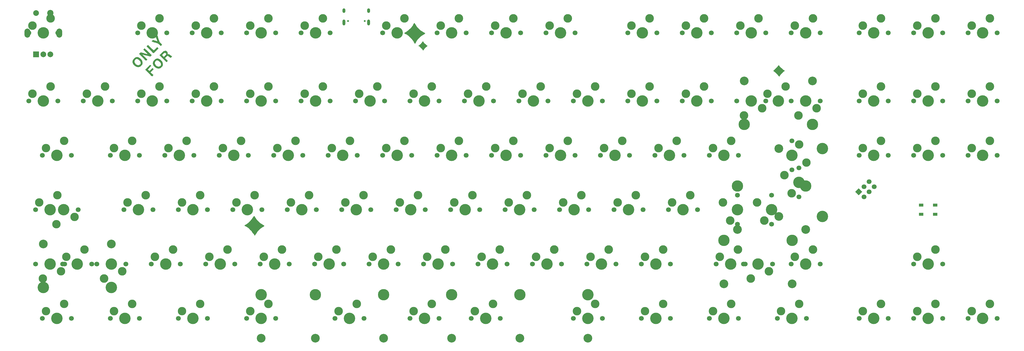
<source format=gbr>
%TF.GenerationSoftware,KiCad,Pcbnew,(6.0.4-0)*%
%TF.CreationDate,2022-05-31T11:41:51+03:00*%
%TF.ProjectId,Supernova_Hotswap,53757065-726e-46f7-9661-5f486f747377,rev?*%
%TF.SameCoordinates,Original*%
%TF.FileFunction,Soldermask,Top*%
%TF.FilePolarity,Negative*%
%FSLAX46Y46*%
G04 Gerber Fmt 4.6, Leading zero omitted, Abs format (unit mm)*
G04 Created by KiCad (PCBNEW (6.0.4-0)) date 2022-05-31 11:41:51*
%MOMM*%
%LPD*%
G01*
G04 APERTURE LIST*
G04 Aperture macros list*
%AMHorizOval*
0 Thick line with rounded ends*
0 $1 width*
0 $2 $3 position (X,Y) of the first rounded end (center of the circle)*
0 $4 $5 position (X,Y) of the second rounded end (center of the circle)*
0 Add line between two ends*
20,1,$1,$2,$3,$4,$5,0*
0 Add two circle primitives to create the rounded ends*
1,1,$1,$2,$3*
1,1,$1,$4,$5*%
%AMRotRect*
0 Rectangle, with rotation*
0 The origin of the aperture is its center*
0 $1 length*
0 $2 width*
0 $3 Rotation angle, in degrees counterclockwise*
0 Add horizontal line*
21,1,$1,$2,0,0,$3*%
G04 Aperture macros list end*
%ADD10C,4.000000*%
%ADD11C,3.050000*%
%ADD12C,3.987800*%
%ADD13C,3.048000*%
%ADD14R,2.000000X2.000000*%
%ADD15C,2.000000*%
%ADD16O,2.000000X3.200000*%
%ADD17C,2.200000*%
%ADD18R,1.500000X1.000000*%
%ADD19C,1.700000*%
%ADD20C,3.000000*%
%ADD21C,2.950000*%
%ADD22C,0.650000*%
%ADD23O,1.000000X1.600000*%
%ADD24O,1.000000X2.100000*%
%ADD25RotRect,1.700000X1.700000X315.000000*%
%ADD26HorizOval,1.700000X0.000000X0.000000X0.000000X0.000000X0*%
G04 APERTURE END LIST*
%TO.C,G\u002A\u002A\u002A*%
G36*
X71962945Y-47413437D02*
G01*
X72246470Y-47046592D01*
X72584318Y-46754582D01*
X72849417Y-46613912D01*
X73301721Y-46529645D01*
X73772580Y-46606587D01*
X74245644Y-46840248D01*
X74555869Y-47082405D01*
X74920910Y-47499272D01*
X75154291Y-47956317D01*
X75250502Y-48426032D01*
X75204034Y-48880906D01*
X75009377Y-49293430D01*
X75001029Y-49305087D01*
X74619356Y-49716568D01*
X74188082Y-49977798D01*
X73724199Y-50083433D01*
X73244699Y-50028134D01*
X72996991Y-49935017D01*
X72597234Y-49683746D01*
X72237435Y-49340115D01*
X71947394Y-48944167D01*
X71756914Y-48535942D01*
X71695219Y-48185917D01*
X71724279Y-48034947D01*
X72402930Y-48034947D01*
X72455442Y-48361699D01*
X72654693Y-48732693D01*
X72702167Y-48800119D01*
X73014793Y-49130465D01*
X73366448Y-49335072D01*
X73727481Y-49407243D01*
X74068238Y-49340282D01*
X74322679Y-49166096D01*
X74521779Y-48860655D01*
X74571276Y-48512535D01*
X74476803Y-48146708D01*
X74243990Y-47788147D01*
X73950245Y-47514344D01*
X73562561Y-47294572D01*
X73195234Y-47231048D01*
X72866645Y-47321088D01*
X72595179Y-47562007D01*
X72492225Y-47727227D01*
X72402930Y-48034947D01*
X71724279Y-48034947D01*
X71767832Y-47808687D01*
X71962945Y-47413437D01*
G37*
G36*
X80458276Y-39075944D02*
G01*
X80538173Y-39285096D01*
X80644017Y-39597146D01*
X80765290Y-39982199D01*
X80794602Y-40079083D01*
X80931702Y-40526192D01*
X81042282Y-40848752D01*
X81145614Y-41085239D01*
X81260968Y-41274128D01*
X81407617Y-41453894D01*
X81569768Y-41626705D01*
X81785243Y-41861164D01*
X81944703Y-42055321D01*
X82018818Y-42172975D01*
X82020833Y-42183446D01*
X81965840Y-42289103D01*
X81838565Y-42440514D01*
X81695571Y-42577566D01*
X81593417Y-42640146D01*
X81591035Y-42640250D01*
X81517006Y-42584878D01*
X81357740Y-42439140D01*
X81146530Y-42233597D01*
X81128970Y-42216070D01*
X80950978Y-42044085D01*
X80791365Y-41914850D01*
X80614540Y-41811309D01*
X80384910Y-41716404D01*
X80066884Y-41613078D01*
X79624869Y-41484275D01*
X79568341Y-41468159D01*
X79155724Y-41345598D01*
X78805980Y-41232189D01*
X78549401Y-41138481D01*
X78416275Y-41075026D01*
X78404684Y-41062802D01*
X78443242Y-40958528D01*
X78572634Y-40797011D01*
X78628922Y-40740274D01*
X78880370Y-40499372D01*
X79624070Y-40759454D01*
X79949642Y-40870116D01*
X80208242Y-40951980D01*
X80363458Y-40993827D01*
X80391437Y-40995868D01*
X80374794Y-40911556D01*
X80310520Y-40705011D01*
X80210314Y-40412597D01*
X80147083Y-40236460D01*
X79879062Y-39500720D01*
X80119121Y-39250151D01*
X80281927Y-39093126D01*
X80396378Y-39005902D01*
X80414841Y-38999583D01*
X80458276Y-39075944D01*
G37*
G36*
X78066587Y-43215719D02*
G01*
X78395354Y-43538690D01*
X78685370Y-43814455D01*
X78914450Y-44022629D01*
X79060406Y-44142832D01*
X79099033Y-44164250D01*
X79190721Y-44108070D01*
X79370243Y-43957171D01*
X79607161Y-43738014D01*
X79754049Y-43594848D01*
X80327848Y-43025446D01*
X80558751Y-43256350D01*
X80789654Y-43487253D01*
X79946332Y-44333751D01*
X79640518Y-44637686D01*
X79377629Y-44893239D01*
X79180299Y-45078842D01*
X79071162Y-45172930D01*
X79057954Y-45180250D01*
X78987026Y-45123118D01*
X78815979Y-44963930D01*
X78563799Y-44720999D01*
X78249469Y-44412634D01*
X77891975Y-44057148D01*
X77849866Y-44014987D01*
X77490180Y-43650182D01*
X77175701Y-43322758D01*
X76924823Y-43052570D01*
X76755942Y-42859470D01*
X76687453Y-42763312D01*
X76686833Y-42759746D01*
X76743546Y-42645645D01*
X76882001Y-42486774D01*
X76901096Y-42468478D01*
X77115358Y-42267189D01*
X78066587Y-43215719D01*
G37*
G36*
X170430289Y-34700432D02*
G01*
X170568772Y-34894252D01*
X170692272Y-35115519D01*
X171152486Y-35859131D01*
X171759482Y-36554569D01*
X172493155Y-37182331D01*
X173333400Y-37722915D01*
X173440105Y-37780824D01*
X173734316Y-37949671D01*
X173960204Y-38102539D01*
X174083185Y-38214998D01*
X174095833Y-38244018D01*
X174027102Y-38356580D01*
X173859829Y-38477050D01*
X173841833Y-38486428D01*
X173047274Y-38958342D01*
X172319742Y-39528604D01*
X171688240Y-40169541D01*
X171181772Y-40853476D01*
X170974877Y-41222083D01*
X170815791Y-41518052D01*
X170671895Y-41744640D01*
X170566498Y-41866629D01*
X170540609Y-41878250D01*
X170456578Y-41808568D01*
X170316391Y-41620823D01*
X170142434Y-41346970D01*
X170021575Y-41137417D01*
X169577631Y-40457683D01*
X169031541Y-39811903D01*
X168421618Y-39238413D01*
X167786180Y-38775552D01*
X167496200Y-38610518D01*
X167193020Y-38446362D01*
X166953348Y-38301623D01*
X166813481Y-38198890D01*
X166792918Y-38172836D01*
X166846278Y-38090377D01*
X167015139Y-37957440D01*
X167264489Y-37801129D01*
X167296550Y-37782987D01*
X168026785Y-37305978D01*
X168705974Y-36731115D01*
X169301535Y-36091691D01*
X169780883Y-35420997D01*
X169995309Y-35025548D01*
X170148575Y-34754099D01*
X170279739Y-34624544D01*
X170328014Y-34616652D01*
X170430289Y-34700432D01*
G37*
G36*
X79074945Y-47921437D02*
G01*
X79358470Y-47554592D01*
X79696318Y-47262582D01*
X79961417Y-47121912D01*
X80413721Y-47037645D01*
X80884580Y-47114587D01*
X81357644Y-47348248D01*
X81667869Y-47590405D01*
X82032910Y-48007272D01*
X82266291Y-48464317D01*
X82362502Y-48934032D01*
X82316034Y-49388906D01*
X82121377Y-49801430D01*
X82113029Y-49813087D01*
X81731356Y-50224568D01*
X81300082Y-50485798D01*
X80836199Y-50591433D01*
X80356699Y-50536134D01*
X80108991Y-50443017D01*
X79709234Y-50191746D01*
X79349435Y-49848115D01*
X79059394Y-49452167D01*
X78868914Y-49043942D01*
X78807219Y-48693917D01*
X78836279Y-48542947D01*
X79514930Y-48542947D01*
X79567442Y-48869699D01*
X79766693Y-49240693D01*
X79814167Y-49308119D01*
X80126793Y-49638465D01*
X80478448Y-49843072D01*
X80839481Y-49915243D01*
X81180238Y-49848282D01*
X81434679Y-49674096D01*
X81633779Y-49368655D01*
X81683276Y-49020535D01*
X81588803Y-48654708D01*
X81355990Y-48296147D01*
X81062245Y-48022344D01*
X80674561Y-47802572D01*
X80307234Y-47739048D01*
X79978645Y-47829088D01*
X79707179Y-48070007D01*
X79604225Y-48235227D01*
X79514930Y-48542947D01*
X78836279Y-48542947D01*
X78879832Y-48316687D01*
X79074945Y-47921437D01*
G37*
G36*
X173424243Y-41151098D02*
G01*
X173492817Y-41265570D01*
X173623583Y-41449183D01*
X173846776Y-41698409D01*
X174122185Y-41973593D01*
X174409602Y-42235081D01*
X174668818Y-42443217D01*
X174730833Y-42486511D01*
X174942500Y-42627623D01*
X174730833Y-42779137D01*
X174414292Y-43030549D01*
X174100767Y-43321456D01*
X173828076Y-43612789D01*
X173634033Y-43865477D01*
X173574567Y-43973750D01*
X173464908Y-44181177D01*
X173361443Y-44229793D01*
X173239723Y-44119470D01*
X173144534Y-43971480D01*
X172786676Y-43476912D01*
X172353343Y-43053665D01*
X172037373Y-42831934D01*
X171653137Y-42606756D01*
X171896341Y-42433003D01*
X172292560Y-42119954D01*
X172643012Y-41787298D01*
X172907398Y-41475294D01*
X172999477Y-41330908D01*
X173153615Y-41105882D01*
X173291453Y-41046442D01*
X173424243Y-41151098D01*
G37*
G36*
X114332382Y-102230854D02*
G01*
X114450124Y-102410177D01*
X114588129Y-102648754D01*
X115084085Y-103396249D01*
X115720780Y-104105804D01*
X116469951Y-104750089D01*
X117303336Y-105301775D01*
X117371697Y-105340475D01*
X117641024Y-105496281D01*
X117795234Y-105616647D01*
X117828135Y-105725948D01*
X117733536Y-105848556D01*
X117505243Y-106008845D01*
X117146896Y-106225348D01*
X116558984Y-106640107D01*
X115972604Y-107171929D01*
X115433178Y-107774328D01*
X114986123Y-108400818D01*
X114929240Y-108495016D01*
X114750538Y-108793505D01*
X114604616Y-109027518D01*
X114511682Y-109165152D01*
X114490116Y-109188250D01*
X114433630Y-109122210D01*
X114305367Y-108943682D01*
X114125985Y-108682056D01*
X113969297Y-108447417D01*
X113700977Y-108063646D01*
X113400020Y-107667668D01*
X113116197Y-107323895D01*
X113011421Y-107207743D01*
X112750314Y-106948476D01*
X112447202Y-106676406D01*
X112134190Y-106416976D01*
X111843385Y-106195627D01*
X111606892Y-106037798D01*
X111456818Y-105968932D01*
X111446726Y-105967872D01*
X111327365Y-105916183D01*
X111148426Y-105792920D01*
X111114625Y-105765919D01*
X110871417Y-105567011D01*
X111495625Y-105162235D01*
X112018563Y-104778654D01*
X112556980Y-104306151D01*
X113069516Y-103786647D01*
X113514810Y-103262061D01*
X113851244Y-102774750D01*
X114022222Y-102495202D01*
X114163728Y-102282575D01*
X114252677Y-102170878D01*
X114267316Y-102161921D01*
X114332382Y-102230854D01*
G37*
G36*
X76047474Y-43544316D02*
G01*
X76231962Y-43704332D01*
X76495692Y-43948686D01*
X76819002Y-44259102D01*
X77182228Y-44617304D01*
X77236920Y-44672003D01*
X78419738Y-45857089D01*
X78161204Y-46115623D01*
X77902669Y-46374157D01*
X76660033Y-46031203D01*
X76220475Y-45911707D01*
X75835024Y-45810333D01*
X75534848Y-45735016D01*
X75351112Y-45693688D01*
X75312870Y-45688250D01*
X75331093Y-45743916D01*
X75452156Y-45896938D01*
X75657768Y-46126345D01*
X75929635Y-46411171D01*
X76049353Y-46532427D01*
X76890362Y-47376603D01*
X76689172Y-47590760D01*
X76541297Y-47734373D01*
X76444406Y-47803751D01*
X76438107Y-47804917D01*
X76365662Y-47747759D01*
X76193244Y-47588503D01*
X75939926Y-47345473D01*
X75624781Y-47036993D01*
X75266883Y-46681386D01*
X75225199Y-46639654D01*
X74865513Y-46274848D01*
X74551034Y-45947425D01*
X74300157Y-45677236D01*
X74131276Y-45484137D01*
X74062786Y-45387979D01*
X74062167Y-45384413D01*
X74129422Y-45244144D01*
X74289740Y-45087396D01*
X74480949Y-44965335D01*
X74617957Y-44927018D01*
X74758846Y-44949300D01*
X75025688Y-45009602D01*
X75381728Y-45099038D01*
X75790213Y-45208718D01*
X75840167Y-45222583D01*
X76243309Y-45333236D01*
X76589106Y-45425070D01*
X76844055Y-45489409D01*
X76974656Y-45517578D01*
X76981494Y-45518148D01*
X76956338Y-45462726D01*
X76829611Y-45310247D01*
X76620579Y-45082279D01*
X76348508Y-44800393D01*
X76265937Y-44717030D01*
X75467385Y-43915144D01*
X75668534Y-43701030D01*
X75829053Y-43556191D01*
X75953034Y-43487739D01*
X75961893Y-43486917D01*
X76047474Y-43544316D01*
G37*
G36*
X78083065Y-49412861D02*
G01*
X78300039Y-49616698D01*
X77685811Y-50235053D01*
X77071582Y-50853409D01*
X77617345Y-51399172D01*
X78151339Y-50869925D01*
X78685333Y-50340677D01*
X79090873Y-50772355D01*
X78041127Y-51831515D01*
X78548339Y-52333434D01*
X79055550Y-52835353D01*
X78829018Y-53071801D01*
X78672325Y-53223427D01*
X78566605Y-53304178D01*
X78553692Y-53308250D01*
X78481689Y-53251076D01*
X78309491Y-53091663D01*
X78055971Y-52848171D01*
X77740003Y-52538762D01*
X77380460Y-52181596D01*
X77321524Y-52122607D01*
X76138151Y-50936965D01*
X77866091Y-49209025D01*
X78083065Y-49412861D01*
G37*
G36*
X82045981Y-44948872D02*
G01*
X82459301Y-44609896D01*
X82812206Y-44403294D01*
X83119631Y-44323627D01*
X83396513Y-44365454D01*
X83657785Y-44523334D01*
X83764966Y-44621450D01*
X83962405Y-44859337D01*
X84044486Y-45086613D01*
X84052833Y-45214116D01*
X84065948Y-45416875D01*
X84133729Y-45501534D01*
X84298832Y-45518903D01*
X84308725Y-45518917D01*
X84557154Y-45580507D01*
X84844606Y-45775376D01*
X84922558Y-45843638D01*
X85149484Y-46034519D01*
X85350299Y-46178182D01*
X85442110Y-46227140D01*
X85534419Y-46274658D01*
X85529732Y-46345056D01*
X85417425Y-46479878D01*
X85362770Y-46537418D01*
X85182217Y-46696692D01*
X85029395Y-46783530D01*
X84998961Y-46788917D01*
X84873793Y-46734774D01*
X84677264Y-46594742D01*
X84508693Y-46450250D01*
X84288255Y-46266844D01*
X84099330Y-46143860D01*
X84007463Y-46111583D01*
X83879771Y-46166768D01*
X83679715Y-46310627D01*
X83476405Y-46488356D01*
X83079167Y-46865129D01*
X83567458Y-47360119D01*
X84055750Y-47855108D01*
X83818634Y-48082280D01*
X83581517Y-48309452D01*
X81136125Y-45859688D01*
X81196718Y-45797248D01*
X82105500Y-45797248D01*
X82159487Y-45904366D01*
X82291245Y-46073174D01*
X82455470Y-46253707D01*
X82606857Y-46396000D01*
X82697592Y-46450250D01*
X82780057Y-46394108D01*
X82935954Y-46250315D01*
X83051973Y-46132750D01*
X83310342Y-45844302D01*
X83449296Y-45630633D01*
X83480281Y-45459050D01*
X83414745Y-45296865D01*
X83367491Y-45231632D01*
X83204030Y-45078207D01*
X83047754Y-45011039D01*
X83042608Y-45010917D01*
X82904306Y-45064270D01*
X82700254Y-45199544D01*
X82474757Y-45379563D01*
X82272121Y-45567150D01*
X82136651Y-45725127D01*
X82105500Y-45797248D01*
X81196718Y-45797248D01*
X81557312Y-45425665D01*
X82045981Y-44948872D01*
G37*
G36*
X297918298Y-49512796D02*
G01*
X298103406Y-49755642D01*
X298380318Y-50063711D01*
X298708298Y-50396842D01*
X299046609Y-50714869D01*
X299354514Y-50977630D01*
X299545742Y-51117339D01*
X299957092Y-51381302D01*
X299601807Y-51646276D01*
X299113651Y-52032322D01*
X298736089Y-52386886D01*
X298427108Y-52751869D01*
X298268811Y-52975778D01*
X297937306Y-53472211D01*
X297462088Y-52840826D01*
X296809357Y-52101894D01*
X296058304Y-51494102D01*
X295984792Y-51444915D01*
X295895055Y-51379211D01*
X295868826Y-51316518D01*
X295923229Y-51229716D01*
X296075387Y-51091685D01*
X296342421Y-50875305D01*
X296346501Y-50872036D01*
X296689249Y-50569860D01*
X297050469Y-50208322D01*
X297347286Y-49871251D01*
X297792496Y-49315676D01*
X297918298Y-49512796D01*
G37*
%TD*%
D10*
%TO.C,REF\u002A\u002A*%
X230981250Y-129872500D03*
D11*
X230981250Y-145112500D03*
D10*
X116681250Y-129872500D03*
D11*
X116681250Y-145112500D03*
%TD*%
D12*
%TO.C,>NAME*%
X283337000Y-91757500D03*
D13*
X307213000Y-106997500D03*
D12*
X307213000Y-91757500D03*
D13*
X283337000Y-106997500D03*
%TD*%
%TO.C,>NAME*%
X302450500Y-126047500D03*
X278574500Y-126047500D03*
D12*
X302450500Y-110807500D03*
X278574500Y-110807500D03*
%TD*%
D14*
%TO.C,RE1*%
X37981250Y-45604000D03*
D15*
X42981250Y-45604000D03*
X40481250Y-45604000D03*
D16*
X34881250Y-38104000D03*
X46081250Y-38104000D03*
D17*
X42981250Y-31104000D03*
D15*
X37981250Y-31104000D03*
%TD*%
D13*
%TO.C,ST72*%
X285718250Y-54927500D03*
D12*
X309594250Y-70167500D03*
D13*
X309594250Y-54927500D03*
D12*
X285718250Y-70167500D03*
%TD*%
%TO.C,ST1*%
X135699500Y-129857500D03*
D13*
X159575500Y-145097500D03*
X135699500Y-145097500D03*
D12*
X159575500Y-129857500D03*
%TD*%
%TO.C,ST2*%
X183324500Y-129857500D03*
X207200500Y-129857500D03*
D13*
X207200500Y-145097500D03*
X183324500Y-145097500D03*
%TD*%
D10*
%TO.C,REF\u002A\u002A*%
X313040000Y-78593750D03*
D11*
X297800000Y-78593750D03*
D10*
X313040000Y-102393750D03*
D11*
X297800000Y-102393750D03*
%TD*%
D18*
%TO.C,LED1*%
X352493750Y-98412500D03*
X352493750Y-101612500D03*
X347593750Y-101612500D03*
X347593750Y-98412500D03*
%TD*%
D10*
%TO.C,K10*%
X250031250Y-38100000D03*
D19*
X244951250Y-38100000D03*
D20*
X252571250Y-33020000D03*
X246221250Y-35560000D03*
D19*
X255111250Y-38100000D03*
%TD*%
%TO.C,K63*%
X283368750Y-94932500D03*
D10*
X283368750Y-100012500D03*
D19*
X283368750Y-105092500D03*
D20*
X278288750Y-97472500D03*
X280828750Y-103822500D03*
%TD*%
%TO.C,K49*%
X346233750Y-78422500D03*
D19*
X355123750Y-80962500D03*
D20*
X352583750Y-75882500D03*
D10*
X350043750Y-80962500D03*
D19*
X344963750Y-80962500D03*
%TD*%
%TO.C,K61*%
X250348750Y-100012500D03*
D10*
X245268750Y-100012500D03*
D20*
X241458750Y-97472500D03*
X247808750Y-94932500D03*
D19*
X240188750Y-100012500D03*
%TD*%
%TO.C,K24*%
X178911250Y-61912500D03*
D20*
X170021250Y-59372500D03*
D10*
X173831250Y-61912500D03*
D19*
X168751250Y-61912500D03*
D20*
X176371250Y-56832500D03*
%TD*%
%TO.C,K63a1*%
X292735000Y-103822500D03*
D19*
X295275000Y-94932500D03*
X295275000Y-105092500D03*
D20*
X290195000Y-97472500D03*
D10*
X295275000Y-100012500D03*
%TD*%
D19*
%TO.C,K80*%
X50323750Y-138112500D03*
D21*
X47783750Y-133032500D03*
D19*
X40163750Y-138112500D03*
D21*
X41433750Y-135572500D03*
D10*
X45243750Y-138112500D03*
%TD*%
D21*
%TO.C,K47*%
X307498750Y-83502500D03*
D19*
X302418750Y-86042500D03*
D10*
X302418750Y-80962500D03*
D19*
X302418750Y-75882500D03*
D21*
X304958750Y-77152500D03*
%TD*%
D19*
%TO.C,K57*%
X174148750Y-100012500D03*
D10*
X169068750Y-100012500D03*
D19*
X163988750Y-100012500D03*
D20*
X165258750Y-97472500D03*
X171608750Y-94932500D03*
%TD*%
%TO.C,K43*%
X223996250Y-75882500D03*
X217646250Y-78422500D03*
D19*
X226536250Y-80962500D03*
D10*
X221456250Y-80962500D03*
D19*
X216376250Y-80962500D03*
%TD*%
D20*
%TO.C,K52*%
X70008750Y-97472500D03*
D10*
X73818750Y-100012500D03*
D20*
X76358750Y-94932500D03*
D19*
X78898750Y-100012500D03*
X68738750Y-100012500D03*
%TD*%
D20*
%TO.C,K90*%
X333533750Y-133032500D03*
D19*
X336073750Y-138112500D03*
D20*
X327183750Y-135572500D03*
D10*
X330993750Y-138112500D03*
D19*
X325913750Y-138112500D03*
%TD*%
D20*
%TO.C,K85*%
X191452500Y-135572500D03*
X197802500Y-133032500D03*
D19*
X200342500Y-138112500D03*
D10*
X195262500Y-138112500D03*
D19*
X190182500Y-138112500D03*
%TD*%
D20*
%TO.C,K46*%
X274796250Y-78422500D03*
D19*
X283686250Y-80962500D03*
D20*
X281146250Y-75882500D03*
D10*
X278606250Y-80962500D03*
D19*
X273526250Y-80962500D03*
%TD*%
D20*
%TO.C,K84a1*%
X170021250Y-135572500D03*
D19*
X178911250Y-138112500D03*
D20*
X176371250Y-133032500D03*
D10*
X173831250Y-138112500D03*
D19*
X168751250Y-138112500D03*
%TD*%
%TO.C,K54*%
X106838750Y-100012500D03*
X116998750Y-100012500D03*
D10*
X111918750Y-100012500D03*
D20*
X114458750Y-94932500D03*
X108108750Y-97472500D03*
%TD*%
D22*
%TO.C,J1*%
X147128750Y-33917000D03*
X152908750Y-33917000D03*
D23*
X145698750Y-30267000D03*
D24*
X154338750Y-34447000D03*
X145698750Y-34447000D03*
D23*
X154338750Y-30267000D03*
%TD*%
D10*
%TO.C,K30a1*%
X297656250Y-61912500D03*
D21*
X293846250Y-59372500D03*
X300196250Y-56832500D03*
%TD*%
D19*
%TO.C,K20*%
X92551250Y-61912500D03*
X102711250Y-61912500D03*
D20*
X93821250Y-59372500D03*
X100171250Y-56832500D03*
D10*
X97631250Y-61912500D03*
%TD*%
D20*
%TO.C,K15*%
X352583750Y-33020000D03*
D10*
X350043750Y-38100000D03*
D20*
X346233750Y-35560000D03*
D19*
X355123750Y-38100000D03*
X344963750Y-38100000D03*
%TD*%
D10*
%TO.C,K40*%
X164306250Y-80962500D03*
D20*
X166846250Y-75882500D03*
D19*
X159226250Y-80962500D03*
D20*
X160496250Y-78422500D03*
D19*
X169386250Y-80962500D03*
%TD*%
D10*
%TO.C,K11*%
X269081250Y-38100000D03*
D19*
X264001250Y-38100000D03*
D20*
X271621250Y-33020000D03*
X265271250Y-35560000D03*
D19*
X274161250Y-38100000D03*
%TD*%
D20*
%TO.C,K69*%
X123983750Y-113982500D03*
D19*
X126523750Y-119062500D03*
X116363750Y-119062500D03*
D20*
X117633750Y-116522500D03*
D10*
X121443750Y-119062500D03*
%TD*%
D19*
%TO.C,K81*%
X74136250Y-138112500D03*
D20*
X65246250Y-135572500D03*
D10*
X69056250Y-138112500D03*
D19*
X63976250Y-138112500D03*
D20*
X71596250Y-133032500D03*
%TD*%
D19*
%TO.C,K1*%
X35401250Y-38100000D03*
D10*
X40481250Y-38100000D03*
D20*
X43021250Y-33020000D03*
X36671250Y-35560000D03*
D19*
X45561250Y-38100000D03*
%TD*%
D20*
%TO.C,K83*%
X119221250Y-133032500D03*
D10*
X116681250Y-138112500D03*
D19*
X121761250Y-138112500D03*
X111601250Y-138112500D03*
D20*
X112871250Y-135572500D03*
%TD*%
D25*
%TO.C,ISP1*%
X325781399Y-93784149D03*
D26*
X327577450Y-95580200D03*
X327577450Y-91988098D03*
X329373501Y-93784149D03*
X329373501Y-90192047D03*
X331169553Y-91988098D03*
%TD*%
D19*
%TO.C,K86*%
X236061250Y-138112500D03*
X225901250Y-138112500D03*
D10*
X230981250Y-138112500D03*
D20*
X233521250Y-133032500D03*
X227171250Y-135572500D03*
%TD*%
%TO.C,K48*%
X333533750Y-75882500D03*
D19*
X336073750Y-80962500D03*
D20*
X327183750Y-78422500D03*
D19*
X325913750Y-80962500D03*
D10*
X330993750Y-80962500D03*
%TD*%
%TO.C,K30*%
X288131250Y-61912500D03*
D20*
X285591250Y-66992500D03*
D19*
X283051250Y-61912500D03*
X293211250Y-61912500D03*
D20*
X291941250Y-64452500D03*
%TD*%
D10*
%TO.C,K3*%
X97631250Y-38100000D03*
D20*
X100171250Y-33020000D03*
D19*
X92551250Y-38100000D03*
D20*
X93821250Y-35560000D03*
D19*
X102711250Y-38100000D03*
%TD*%
D10*
%TO.C,K44*%
X240506250Y-80962500D03*
D19*
X245586250Y-80962500D03*
X235426250Y-80962500D03*
D20*
X243046250Y-75882500D03*
X236696250Y-78422500D03*
%TD*%
D19*
%TO.C,K91*%
X344963750Y-138112500D03*
D20*
X352583750Y-133032500D03*
D10*
X350043750Y-138112500D03*
D20*
X346233750Y-135572500D03*
D19*
X355123750Y-138112500D03*
%TD*%
%TO.C,K88*%
X283686250Y-138112500D03*
D10*
X278606250Y-138112500D03*
D20*
X281146250Y-133032500D03*
D19*
X273526250Y-138112500D03*
D20*
X274796250Y-135572500D03*
%TD*%
%TO.C,K41*%
X179546250Y-78422500D03*
D19*
X178276250Y-80962500D03*
X188436250Y-80962500D03*
D10*
X183356250Y-80962500D03*
D20*
X185896250Y-75882500D03*
%TD*%
%TO.C,K77a1*%
X287972500Y-124142500D03*
D19*
X295592500Y-119062500D03*
D10*
X290512500Y-119062500D03*
D20*
X294322500Y-121602500D03*
D19*
X285432500Y-119062500D03*
%TD*%
%TO.C,K64*%
X374173750Y-61912500D03*
D20*
X365283750Y-59372500D03*
D10*
X369093750Y-61912500D03*
D20*
X371633750Y-56832500D03*
D19*
X364013750Y-61912500D03*
%TD*%
%TO.C,K89*%
X297338750Y-138112500D03*
X307498750Y-138112500D03*
D21*
X304958750Y-133032500D03*
X298608750Y-135572500D03*
D10*
X302418750Y-138112500D03*
%TD*%
%TO.C,K36*%
X88106250Y-80962500D03*
D20*
X90646250Y-75882500D03*
D19*
X83026250Y-80962500D03*
X93186250Y-80962500D03*
D20*
X84296250Y-78422500D03*
%TD*%
%TO.C,K18*%
X55721250Y-59372500D03*
D19*
X64611250Y-61912500D03*
D20*
X62071250Y-56832500D03*
D19*
X54451250Y-61912500D03*
D10*
X59531250Y-61912500D03*
%TD*%
D20*
%TO.C,K74*%
X219233750Y-113982500D03*
D19*
X211613750Y-119062500D03*
X221773750Y-119062500D03*
D10*
X216693750Y-119062500D03*
D20*
X212883750Y-116522500D03*
%TD*%
D21*
%TO.C,K82*%
X95408750Y-133032500D03*
D19*
X97948750Y-138112500D03*
X87788750Y-138112500D03*
D21*
X89058750Y-135572500D03*
D10*
X92868750Y-138112500D03*
%TD*%
D19*
%TO.C,K67*%
X88423750Y-119062500D03*
D10*
X83343750Y-119062500D03*
D20*
X85883750Y-113982500D03*
D19*
X78263750Y-119062500D03*
D20*
X79533750Y-116522500D03*
%TD*%
%TO.C,K19*%
X74771250Y-59372500D03*
D19*
X83661250Y-61912500D03*
D20*
X81121250Y-56832500D03*
D10*
X78581250Y-61912500D03*
D19*
X73501250Y-61912500D03*
%TD*%
D10*
%TO.C,K33*%
X350043750Y-61912500D03*
D19*
X355123750Y-61912500D03*
D20*
X346233750Y-59372500D03*
D19*
X344963750Y-61912500D03*
D20*
X352583750Y-56832500D03*
%TD*%
D19*
%TO.C,K8*%
X207486250Y-38100000D03*
D20*
X198596250Y-35560000D03*
D10*
X202406250Y-38100000D03*
D19*
X197326250Y-38100000D03*
D20*
X204946250Y-33020000D03*
%TD*%
%TO.C,K37*%
X103346250Y-78422500D03*
D19*
X102076250Y-80962500D03*
D10*
X107156250Y-80962500D03*
D19*
X112236250Y-80962500D03*
D20*
X109696250Y-75882500D03*
%TD*%
D19*
%TO.C,K79*%
X344963750Y-119062500D03*
D20*
X352583750Y-113982500D03*
X346233750Y-116522500D03*
D10*
X350043750Y-119062500D03*
D19*
X355123750Y-119062500D03*
%TD*%
D10*
%TO.C,K31*%
X307181250Y-61912500D03*
D19*
X302101250Y-61912500D03*
D20*
X310991250Y-64452500D03*
D19*
X312261250Y-61912500D03*
D20*
X304641250Y-66992500D03*
%TD*%
%TO.C,K17*%
X43021250Y-56832500D03*
X36671250Y-59372500D03*
D19*
X45561250Y-61912500D03*
X35401250Y-61912500D03*
D10*
X40481250Y-61912500D03*
%TD*%
D19*
%TO.C,K4*%
X121761250Y-38100000D03*
D20*
X112871250Y-35560000D03*
D10*
X116681250Y-38100000D03*
D20*
X119221250Y-33020000D03*
D19*
X111601250Y-38100000D03*
%TD*%
D20*
%TO.C,K92*%
X371633750Y-133032500D03*
D19*
X364013750Y-138112500D03*
D10*
X369093750Y-138112500D03*
D19*
X374173750Y-138112500D03*
D20*
X365283750Y-135572500D03*
%TD*%
D10*
%TO.C,K38*%
X126206250Y-80962500D03*
D20*
X128746250Y-75882500D03*
X122396250Y-78422500D03*
D19*
X131286250Y-80962500D03*
X121126250Y-80962500D03*
%TD*%
%TO.C,K73*%
X192563750Y-119062500D03*
X202723750Y-119062500D03*
D10*
X197643750Y-119062500D03*
D20*
X193833750Y-116522500D03*
X200183750Y-113982500D03*
%TD*%
D19*
%TO.C,K68*%
X107473750Y-119062500D03*
D20*
X104933750Y-113982500D03*
D19*
X97313750Y-119062500D03*
D20*
X98583750Y-116522500D03*
D10*
X102393750Y-119062500D03*
%TD*%
D19*
%TO.C,K23*%
X149701250Y-61912500D03*
D20*
X157321250Y-56832500D03*
D10*
X154781250Y-61912500D03*
D20*
X150971250Y-59372500D03*
D19*
X159861250Y-61912500D03*
%TD*%
%TO.C,K53*%
X97948750Y-100012500D03*
X87788750Y-100012500D03*
D10*
X92868750Y-100012500D03*
D20*
X95408750Y-94932500D03*
X89058750Y-97472500D03*
%TD*%
%TO.C,K26*%
X208121250Y-59372500D03*
D19*
X217011250Y-61912500D03*
X206851250Y-61912500D03*
D10*
X211931250Y-61912500D03*
D20*
X214471250Y-56832500D03*
%TD*%
D19*
%TO.C,K50*%
X364013750Y-80962500D03*
D20*
X371633750Y-75882500D03*
D19*
X374173750Y-80962500D03*
D10*
X369093750Y-80962500D03*
D20*
X365283750Y-78422500D03*
%TD*%
%TO.C,K59*%
X203358750Y-97472500D03*
D10*
X207168750Y-100012500D03*
D20*
X209708750Y-94932500D03*
D19*
X202088750Y-100012500D03*
X212248750Y-100012500D03*
%TD*%
D20*
%TO.C,K55*%
X127158750Y-97472500D03*
X133508750Y-94932500D03*
D19*
X125888750Y-100012500D03*
D10*
X130968750Y-100012500D03*
D19*
X136048750Y-100012500D03*
%TD*%
%TO.C,K66*%
X59213750Y-119062500D03*
D20*
X61753750Y-124142500D03*
D19*
X69373750Y-119062500D03*
D10*
X64293750Y-119062500D03*
D20*
X68103750Y-121602500D03*
%TD*%
%TO.C,K72*%
X181133750Y-113982500D03*
D19*
X173513750Y-119062500D03*
X183673750Y-119062500D03*
D20*
X174783750Y-116522500D03*
D10*
X178593750Y-119062500D03*
%TD*%
D20*
%TO.C,K25*%
X189071250Y-59372500D03*
D19*
X187801250Y-61912500D03*
X197961250Y-61912500D03*
D20*
X195421250Y-56832500D03*
D10*
X192881250Y-61912500D03*
%TD*%
D19*
%TO.C,K45*%
X254476250Y-80962500D03*
D20*
X262096250Y-75882500D03*
X255746250Y-78422500D03*
D10*
X259556250Y-80962500D03*
D19*
X264636250Y-80962500D03*
%TD*%
D10*
%TO.C,K13*%
X307181250Y-38100000D03*
D20*
X309721250Y-33020000D03*
D19*
X302101250Y-38100000D03*
D20*
X303371250Y-35560000D03*
D19*
X312261250Y-38100000D03*
%TD*%
D10*
%TO.C,K22*%
X135731250Y-61912500D03*
D20*
X131921250Y-59372500D03*
X138271250Y-56832500D03*
D19*
X130651250Y-61912500D03*
X140811250Y-61912500D03*
%TD*%
D20*
%TO.C,K78*%
X303371250Y-116522500D03*
D19*
X302101250Y-119062500D03*
D10*
X307181250Y-119062500D03*
D20*
X309721250Y-113982500D03*
D19*
X312261250Y-119062500D03*
%TD*%
D20*
%TO.C,K7*%
X185896250Y-33020000D03*
D19*
X178276250Y-38100000D03*
D20*
X179546250Y-35560000D03*
D19*
X188436250Y-38100000D03*
D10*
X183356250Y-38100000D03*
%TD*%
D20*
%TO.C,K32*%
X327183750Y-59372500D03*
D10*
X330993750Y-61912500D03*
D19*
X336073750Y-61912500D03*
X325913750Y-61912500D03*
D20*
X333533750Y-56832500D03*
%TD*%
D19*
%TO.C,K27*%
X236061250Y-61912500D03*
X225901250Y-61912500D03*
D20*
X227171250Y-59372500D03*
X233521250Y-56832500D03*
D10*
X230981250Y-61912500D03*
%TD*%
D20*
%TO.C,K12*%
X290671250Y-33020000D03*
D10*
X288131250Y-38100000D03*
D19*
X283051250Y-38100000D03*
D20*
X284321250Y-35560000D03*
D19*
X293211250Y-38100000D03*
%TD*%
D20*
%TO.C,K47a1*%
X299720000Y-87953750D03*
X302260000Y-94303750D03*
D19*
X304800000Y-95573750D03*
X304800000Y-85413750D03*
D10*
X304800000Y-90493750D03*
%TD*%
D21*
%TO.C,K66a1*%
X48577500Y-116522500D03*
D19*
X47307500Y-119062500D03*
D21*
X54927500Y-113982500D03*
D11*
X40487500Y-112062500D03*
D19*
X57467500Y-119062500D03*
D10*
X52387500Y-119062500D03*
X40487500Y-127302500D03*
X64287500Y-127302500D03*
D11*
X64287500Y-112062500D03*
%TD*%
D19*
%TO.C,K58*%
X193198750Y-100012500D03*
D20*
X184308750Y-97472500D03*
X190658750Y-94932500D03*
D19*
X183038750Y-100012500D03*
D10*
X188118750Y-100012500D03*
%TD*%
D20*
%TO.C,K29*%
X271621250Y-56832500D03*
D10*
X269081250Y-61912500D03*
D20*
X265271250Y-59372500D03*
D19*
X274161250Y-61912500D03*
X264001250Y-61912500D03*
%TD*%
D21*
%TO.C,K87*%
X257333750Y-133032500D03*
X250983750Y-135572500D03*
D19*
X249713750Y-138112500D03*
X259873750Y-138112500D03*
D10*
X254793750Y-138112500D03*
%TD*%
%TO.C,K35*%
X69056250Y-80962500D03*
D20*
X71596250Y-75882500D03*
D19*
X74136250Y-80962500D03*
D20*
X65246250Y-78422500D03*
D19*
X63976250Y-80962500D03*
%TD*%
D20*
%TO.C,K71*%
X155733750Y-116522500D03*
D10*
X159543750Y-119062500D03*
D19*
X154463750Y-119062500D03*
D20*
X162083750Y-113982500D03*
D19*
X164623750Y-119062500D03*
%TD*%
%TO.C,K70*%
X145573750Y-119062500D03*
D20*
X136683750Y-116522500D03*
D19*
X135413750Y-119062500D03*
D10*
X140493750Y-119062500D03*
D20*
X143033750Y-113982500D03*
%TD*%
D10*
%TO.C,K77*%
X280987500Y-119062500D03*
D19*
X275907500Y-119062500D03*
D20*
X277177500Y-116522500D03*
D19*
X286067500Y-119062500D03*
D20*
X283527500Y-113982500D03*
%TD*%
D10*
%TO.C,K65*%
X42862500Y-119062500D03*
D21*
X40322500Y-124142500D03*
D19*
X47942500Y-119062500D03*
X37782500Y-119062500D03*
D21*
X46672500Y-121602500D03*
%TD*%
D19*
%TO.C,K39*%
X140176250Y-80962500D03*
D20*
X147796250Y-75882500D03*
X141446250Y-78422500D03*
D10*
X145256250Y-80962500D03*
D19*
X150336250Y-80962500D03*
%TD*%
D20*
%TO.C,K6*%
X166846250Y-33020000D03*
X160496250Y-35560000D03*
D19*
X169386250Y-38100000D03*
X159226250Y-38100000D03*
D10*
X164306250Y-38100000D03*
%TD*%
D19*
%TO.C,K16*%
X374173750Y-38100000D03*
X364013750Y-38100000D03*
D20*
X365283750Y-35560000D03*
D10*
X369093750Y-38100000D03*
D20*
X371633750Y-33020000D03*
%TD*%
D19*
%TO.C,K62*%
X269398750Y-100012500D03*
X259238750Y-100012500D03*
D20*
X266858750Y-94932500D03*
X260508750Y-97472500D03*
D10*
X264318750Y-100012500D03*
%TD*%
%TO.C,K21*%
X116681250Y-61912500D03*
D19*
X121761250Y-61912500D03*
X111601250Y-61912500D03*
D20*
X112871250Y-59372500D03*
X119221250Y-56832500D03*
%TD*%
%TO.C,K28*%
X252571250Y-56832500D03*
D10*
X250031250Y-61912500D03*
D20*
X246221250Y-59372500D03*
D19*
X244951250Y-61912500D03*
X255111250Y-61912500D03*
%TD*%
D20*
%TO.C,K60*%
X222408750Y-97472500D03*
D19*
X231298750Y-100012500D03*
X221138750Y-100012500D03*
D10*
X226218750Y-100012500D03*
D20*
X228758750Y-94932500D03*
%TD*%
%TO.C,K84*%
X143827500Y-135572500D03*
D19*
X142557500Y-138112500D03*
D20*
X150177500Y-133032500D03*
D19*
X152717500Y-138112500D03*
D10*
X147637500Y-138112500D03*
%TD*%
D19*
%TO.C,K9*%
X226536250Y-38100000D03*
D20*
X223996250Y-33020000D03*
D19*
X216376250Y-38100000D03*
D20*
X217646250Y-35560000D03*
D10*
X221456250Y-38100000D03*
%TD*%
D19*
%TO.C,K51a1*%
X47942500Y-100012500D03*
D21*
X45402500Y-94932500D03*
X39052500Y-97472500D03*
D10*
X42862500Y-100012500D03*
D19*
X37782500Y-100012500D03*
%TD*%
%TO.C,K75*%
X240823750Y-119062500D03*
D20*
X238283750Y-113982500D03*
X231933750Y-116522500D03*
D10*
X235743750Y-119062500D03*
D19*
X230663750Y-119062500D03*
%TD*%
D10*
%TO.C,K42*%
X202406250Y-80962500D03*
D20*
X204946250Y-75882500D03*
X198596250Y-78422500D03*
D19*
X207486250Y-80962500D03*
X197326250Y-80962500D03*
%TD*%
%TO.C,K14*%
X336073750Y-38100000D03*
D20*
X333533750Y-33020000D03*
D19*
X325913750Y-38100000D03*
D20*
X327183750Y-35560000D03*
D10*
X330993750Y-38100000D03*
%TD*%
D19*
%TO.C,K5*%
X140811250Y-38100000D03*
D20*
X131921250Y-35560000D03*
D10*
X135731250Y-38100000D03*
D20*
X138271250Y-33020000D03*
D19*
X130651250Y-38100000D03*
%TD*%
%TO.C,K76*%
X249713750Y-119062500D03*
D10*
X254793750Y-119062500D03*
D20*
X257333750Y-113982500D03*
D19*
X259873750Y-119062500D03*
D20*
X250983750Y-116522500D03*
%TD*%
D21*
%TO.C,K51*%
X45085000Y-105092500D03*
X51435000Y-102552500D03*
D10*
X47625000Y-100012500D03*
D19*
X42545000Y-100012500D03*
X52705000Y-100012500D03*
%TD*%
D20*
%TO.C,K2*%
X74771250Y-35560000D03*
D19*
X73501250Y-38100000D03*
D10*
X78581250Y-38100000D03*
D19*
X83661250Y-38100000D03*
D20*
X81121250Y-33020000D03*
%TD*%
%TO.C,K56*%
X152558750Y-94932500D03*
D19*
X155098750Y-100012500D03*
D10*
X150018750Y-100012500D03*
D20*
X146208750Y-97472500D03*
D19*
X144938750Y-100012500D03*
%TD*%
D10*
%TO.C,K34*%
X45243750Y-80962500D03*
D19*
X40163750Y-80962500D03*
D21*
X47783750Y-75882500D03*
X41433750Y-78422500D03*
D19*
X50323750Y-80962500D03*
%TD*%
M02*

</source>
